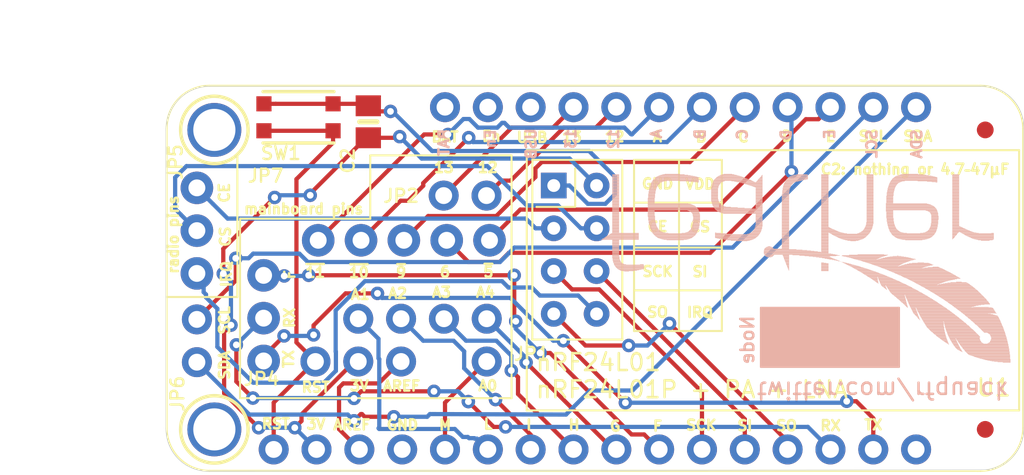
<source format=kicad_pcb>
(kicad_pcb (version 20171130) (host pcbnew "(5.1.4-0-10_14)")
  (layers (0 F.Cu signal) (31 B.Cu signal) (34 B.Paste user) (35 F.Paste user) (36 B.SilkS user hide) (37 F.SilkS user) (38 B.Mask user) (39 F.Mask user) (44 Edge.Cuts user))
  (net 0 "")
  (net 1 GND)
  (net 2 3.3V)
  (net 3 "Net-(JP2-Pad2)")
  (net 4 "Net-(JP2-Pad1)")
  (net 5 /TX)
  (net 6 /RX)
  (net 7 /F)
  (net 8 /CE)
  (net 9 /CS)
  (net 10 /IRQ)
  (net 11 "Net-(JP6-Pad2)")
  (net 12 "Net-(JP6-Pad1)")
  (net 13 "Net-(MS1-Pad16)")
  (net 14 /MISO)
  (net 15 /MOSI)
  (net 16 /SCK)
  (net 17 /RST)
  (net 18 /AREF)
  (net 19 "Net-(MS1-Pad26)")
  (net 20 "Net-(MS1-Pad27)")
  (net 21 "Net-(MS1-Pad28)")
  (net 22 "Net-(MS1-Pad4)")
  (net 23 /A)
  (net 24 /B)
  (net 25 /C)
  (net 26 /D)
  (net 27 /E)
  (net 28 /M)
  (net 29 /L)
  (net 30 /I)
  (net 31 /H)
  (net 32 /G)
  (module "FeatherWing nRF24L01 Adapter:FEATHERLOGO" (layer B.Cu) (at 125.16 83.83)
    (fp_text reference U$16 hide)
    (fp_text value "" hide)
  )
  (module "FeatherWing nRF24L01 Adapter:1X09_ROUND_70" (layer F.Cu) (at 118.39 95.03 180)
    (fp_text reference JP1 (at -3.81 0 180) (layer F.SilkS) (effects (font (size 0.77216 0.77216) (thickness 0.138988)) (justify right bottom)))
    (fp_text value HEADER-1X970MIL)
    (pad 9 thru_hole circle (at 10.16 0 270) (size 1.778 1.778) (drill 1) (layers *.Cu *.Mask) (net 17 /RST))
    (pad 8 thru_hole circle (at 7.62 0 270) (size 1.778 1.778) (drill 1) (layers *.Cu *.Mask) (net 2 3.3V))
    (pad 7 thru_hole circle (at 5.08 0 270) (size 1.778 1.778) (drill 1) (layers *.Cu *.Mask) (net 18 /AREF))
    (pad 5 thru_hole circle (at 0 0 270) (size 1.778 1.778) (drill 1) (layers *.Cu *.Mask) (net 28 /M))
    (pad 4 thru_hole circle (at 7.62 2.54 270) (size 1.778 1.778) (drill 1) (layers *.Cu *.Mask) (net 29 /L))
    (pad 3 thru_hole circle (at 5.08 2.54 270) (size 1.778 1.778) (drill 1) (layers *.Cu *.Mask) (net 30 /I))
    (pad 2 thru_hole circle (at 2.54 2.54 270) (size 1.778 1.778) (drill 1) (layers *.Cu *.Mask) (net 31 /H))
    (pad 1 thru_hole circle (at 0 2.54 270) (size 1.778 1.778) (drill 1) (layers *.Cu *.Mask) (net 32 /G))
  )
  (module "FeatherWing nRF24L01 Adapter:1X02_ROUND" (layer F.Cu) (at 117.1067 85.1789)
    (fp_text reference JP2 (at -4.9276 0.4699) (layer F.SilkS) (effects (font (size 0.77216 0.77216) (thickness 0.138988)) (justify left bottom)))
    (fp_text value HEADER-1X570MIL)
    (pad 2 thru_hole circle (at 1.27 0 90) (size 1.778 1.778) (drill 1) (layers *.Cu *.Mask) (net 3 "Net-(JP2-Pad2)"))
    (pad 1 thru_hole circle (at -1.27 0 90) (size 1.778 1.778) (drill 1) (layers *.Cu *.Mask) (net 4 "Net-(JP2-Pad1)"))
  )
  (module "FeatherWing nRF24L01 Adapter:nRF24L01_Breakout" (layer F.Cu) (at 122.3645 84.582)
    (fp_text reference U1 (at 26.0985 12.0015) (layer F.SilkS))
    (fp_text value nRF24L01)
    (pad 1 thru_hole rect (at 0 0) (size 1.524 1.524) (drill 0.762) (layers *.Cu *.Mask) (net 1 GND))
    (pad 2 thru_hole circle (at 2.54 0) (size 1.524 1.524) (drill 0.762) (layers *.Cu *.Mask) (net 2 3.3V))
    (pad 3 thru_hole circle (at 0 2.54) (size 1.524 1.524) (drill 0.762) (layers *.Cu *.Mask) (net 8 /CE))
    (pad 4 thru_hole circle (at 2.54 2.54) (size 1.524 1.524) (drill 0.762) (layers *.Cu *.Mask) (net 9 /CS))
    (pad 5 thru_hole circle (at 0 5.08) (size 1.524 1.524) (drill 0.762) (layers *.Cu *.Mask) (net 16 /SCK))
    (pad 6 thru_hole circle (at 2.54 5.08) (size 1.524 1.524) (drill 0.762) (layers *.Cu *.Mask) (net 15 /MOSI))
    (pad 7 thru_hole circle (at 0 7.62) (size 1.524 1.524) (drill 0.762) (layers *.Cu *.Mask) (net 14 /MISO))
    (pad 8 thru_hole circle (at 2.54 7.62) (size 1.524 1.524) (drill 0.762) (layers *.Cu *.Mask) (net 10 /IRQ))
  )
  (module "FeatherWing nRF24L01 Adapter:FEATHERWING_NOHOLES" (layer F.Cu) (at 99.405 101.520001)
    (fp_text reference MS1 hide)
    (fp_text value FEATHERWING_NOHOLES hide)
    (pad 1 thru_hole circle (at 6.35 -1.27) (size 1.778 1.778) (drill 1) (layers *.Cu *.Mask) (net 17 /RST))
    (pad 2 thru_hole circle (at 8.89 -1.27) (size 1.778 1.778) (drill 1) (layers *.Cu *.Mask) (net 2 3.3V))
    (pad 3 thru_hole circle (at 11.43 -1.27) (size 1.778 1.778) (drill 1) (layers *.Cu *.Mask) (net 18 /AREF))
    (pad 4 thru_hole circle (at 13.97 -1.27) (size 1.778 1.778) (drill 1) (layers *.Cu *.Mask) (net 22 "Net-(MS1-Pad4)"))
    (pad 16 thru_hole circle (at 44.45 -1.27) (size 1.778 1.778) (drill 1) (layers *.Cu *.Mask) (net 13 "Net-(MS1-Pad16)"))
    (pad 15 thru_hole circle (at 41.91 -1.27) (size 1.778 1.778) (drill 1) (layers *.Cu *.Mask) (net 5 /TX))
    (pad 14 thru_hole circle (at 39.37 -1.27) (size 1.778 1.778) (drill 1) (layers *.Cu *.Mask) (net 6 /RX))
    (pad 13 thru_hole circle (at 36.83 -1.27) (size 1.778 1.778) (drill 1) (layers *.Cu *.Mask) (net 14 /MISO))
    (pad 12 thru_hole circle (at 34.29 -1.27) (size 1.778 1.778) (drill 1) (layers *.Cu *.Mask) (net 15 /MOSI))
    (pad 11 thru_hole circle (at 31.75 -1.27) (size 1.778 1.778) (drill 1) (layers *.Cu *.Mask) (net 16 /SCK))
    (pad 10 thru_hole circle (at 29.21 -1.27) (size 1.778 1.778) (drill 1) (layers *.Cu *.Mask) (net 7 /F))
    (pad 9 thru_hole circle (at 26.67 -1.27) (size 1.778 1.778) (drill 1) (layers *.Cu *.Mask) (net 32 /G))
    (pad 8 thru_hole circle (at 24.13 -1.27) (size 1.778 1.778) (drill 1) (layers *.Cu *.Mask) (net 31 /H))
    (pad 7 thru_hole circle (at 21.59 -1.27) (size 1.778 1.778) (drill 1) (layers *.Cu *.Mask) (net 30 /I))
    (pad 6 thru_hole circle (at 19.05 -1.27) (size 1.778 1.778) (drill 1) (layers *.Cu *.Mask) (net 29 /L))
    (pad 5 thru_hole circle (at 16.51 -1.27) (size 1.778 1.778) (drill 1) (layers *.Cu *.Mask) (net 28 /M))
    (pad 17 thru_hole circle (at 44.45 -21.59) (size 1.778 1.778) (drill 1) (layers *.Cu *.Mask) (net 11 "Net-(JP6-Pad2)"))
    (pad 18 thru_hole circle (at 41.91 -21.59) (size 1.778 1.778) (drill 1) (layers *.Cu *.Mask) (net 12 "Net-(JP6-Pad1)"))
    (pad 19 thru_hole circle (at 39.37 -21.59) (size 1.778 1.778) (drill 1) (layers *.Cu *.Mask) (net 27 /E))
    (pad 20 thru_hole circle (at 36.83 -21.59) (size 1.778 1.778) (drill 1) (layers *.Cu *.Mask) (net 26 /D))
    (pad 21 thru_hole circle (at 34.29 -21.59) (size 1.778 1.778) (drill 1) (layers *.Cu *.Mask) (net 25 /C))
    (pad 22 thru_hole circle (at 31.75 -21.59) (size 1.778 1.778) (drill 1) (layers *.Cu *.Mask) (net 24 /B))
    (pad 23 thru_hole circle (at 29.21 -21.59) (size 1.778 1.778) (drill 1) (layers *.Cu *.Mask) (net 23 /A))
    (pad 24 thru_hole circle (at 26.67 -21.59) (size 1.778 1.778) (drill 1) (layers *.Cu *.Mask) (net 3 "Net-(JP2-Pad2)"))
    (pad 25 thru_hole circle (at 24.13 -21.59) (size 1.778 1.778) (drill 1) (layers *.Cu *.Mask) (net 4 "Net-(JP2-Pad1)"))
    (pad 26 thru_hole circle (at 21.59 -21.59) (size 1.778 1.778) (drill 1) (layers *.Cu *.Mask) (net 19 "Net-(MS1-Pad26)"))
    (pad 27 thru_hole circle (at 19.05 -21.59) (size 1.778 1.778) (drill 1) (layers *.Cu *.Mask) (net 20 "Net-(MS1-Pad27)"))
    (pad 28 thru_hole circle (at 16.51 -21.59) (size 1.778 1.778) (drill 1) (layers *.Cu *.Mask) (net 21 "Net-(MS1-Pad28)"))
  )
  (module "FeatherWing nRF24L01 Adapter:MOUNTINGHOLE_2.5_PLATED" (layer F.Cu) (at 102.235 81.28)
    (fp_text reference U$8 hide)
    (fp_text value MOUNTINGHOLE2.5 hide)
    (pad P$1 thru_hole circle (at 0 0) (size 3.2 3.2) (drill 2.5) (layers *.Cu *.Mask))
  )
  (module "FeatherWing nRF24L01 Adapter:MOUNTINGHOLE_2.5_PLATED" (layer F.Cu) (at 102.235 99.06)
    (fp_text reference U$7 hide)
    (fp_text value MOUNTINGHOLE2.5 hide)
    (pad P$1 thru_hole circle (at 0 0) (size 3.2 3.2) (drill 2.5) (layers *.Cu *.Mask))
  )
  (module "FeatherWing nRF24L01 Adapter:BTN_KMR2_4.6X2.8" (layer F.Cu) (at 107.2261 80.5307)
    (fp_text reference SW1 (at -2.3161 2.5793) (layer F.SilkS) (effects (font (size 0.77216 0.77216) (thickness 0.138988)) (justify left bottom)))
    (fp_text value SWITCH_TACT_SMT4.6X2.8)
    (pad A' smd rect (at -2.05 -0.8) (size 0.9 0.9) (layers F.Cu F.Paste F.Mask) (net 1 GND))
    (pad B' smd rect (at -2.05 0.8) (size 0.9 0.9) (layers F.Cu F.Paste F.Mask) (net 17 /RST))
    (pad B smd rect (at 2.05 0.8) (size 0.9 0.9) (layers F.Cu F.Paste F.Mask) (net 17 /RST))
    (pad A smd rect (at 2.05 -0.8) (size 0.9 0.9) (layers F.Cu F.Paste F.Mask) (net 1 GND))
  )
  (module "FeatherWing nRF24L01 Adapter:1X05_ROUND_76" (layer F.Cu) (at 113.4745 87.8332)
    (fp_text reference JP7 (at -9.3345 -3.3782) (layer F.SilkS) (effects (font (size 0.77216 0.77216) (thickness 0.138988)) (justify left bottom)))
    (fp_text value HEADER-1X576MIL)
    (pad 5 thru_hole circle (at 5.08 0 90) (size 1.9304 1.9304) (drill 1) (layers *.Cu *.Mask) (net 27 /E))
    (pad 4 thru_hole circle (at 2.54 0 90) (size 1.9304 1.9304) (drill 1) (layers *.Cu *.Mask) (net 26 /D))
    (pad 3 thru_hole circle (at 0 0 90) (size 1.9304 1.9304) (drill 1) (layers *.Cu *.Mask) (net 25 /C))
    (pad 2 thru_hole circle (at -2.54 0 90) (size 1.9304 1.9304) (drill 1) (layers *.Cu *.Mask) (net 24 /B))
    (pad 1 thru_hole circle (at -5.08 0 90) (size 1.9304 1.9304) (drill 1) (layers *.Cu *.Mask) (net 23 /A))
  )
  (module "FeatherWing nRF24L01 Adapter:1X02_ROUND" (layer F.Cu) (at 101.2 93.8 270)
    (fp_text reference JP6 (at 2 0.7 90) (layer F.SilkS) (effects (font (size 0.77216 0.77216) (thickness 0.138988)) (justify right bottom)))
    (fp_text value HEADER-1X2ROUND)
    (pad 2 thru_hole circle (at 1.27 0) (size 1.778 1.778) (drill 1) (layers *.Cu *.Mask) (net 11 "Net-(JP6-Pad2)"))
    (pad 1 thru_hole circle (at -1.27 0) (size 1.778 1.778) (drill 1) (layers *.Cu *.Mask) (net 12 "Net-(JP6-Pad1)"))
  )
  (module "FeatherWing nRF24L01 Adapter:1X03_ROUND_76" (layer F.Cu) (at 101.2 87.26 90)
    (fp_text reference JP5 (at 2.932 -0.8 270) (layer F.SilkS) (effects (font (size 0.77216 0.77216) (thickness 0.138988)) (justify left bottom)))
    (fp_text value HEADER-1X376MIL)
    (pad 3 thru_hole circle (at 2.54 0 180) (size 1.9304 1.9304) (drill 1) (layers *.Cu *.Mask) (net 8 /CE))
    (pad 2 thru_hole circle (at 0 0 180) (size 1.9304 1.9304) (drill 1) (layers *.Cu *.Mask) (net 9 /CS))
    (pad 1 thru_hole circle (at -2.54 0 180) (size 1.9304 1.9304) (drill 1) (layers *.Cu *.Mask) (net 10 /IRQ))
  )
  (module "FeatherWing nRF24L01 Adapter:1X03_ROUND_76" (layer F.Cu) (at 105.156 92.456 270)
    (fp_text reference JP4 (at 4.064 -1.016 180) (layer F.SilkS) (effects (font (size 0.77216 0.77216) (thickness 0.138988)) (justify right bottom)))
    (fp_text value HEADER-1X376MIL)
    (pad 3 thru_hole circle (at 2.54 0) (size 1.9304 1.9304) (drill 1) (layers *.Cu *.Mask) (net 5 /TX))
    (pad 2 thru_hole circle (at 0 0) (size 1.9304 1.9304) (drill 1) (layers *.Cu *.Mask) (net 6 /RX))
    (pad 1 thru_hole circle (at -2.54 0) (size 1.9304 1.9304) (drill 1) (layers *.Cu *.Mask) (net 7 /F))
  )
  (module "FeatherWing nRF24L01 Adapter:FIDUCIAL_1MM" (layer F.Cu) (at 147.955 81.28)
    (fp_text reference FID2 hide)
    (fp_text value FIDUCIAL"" hide)
    (pad 1 smd roundrect (at 0 0) (size 1 1) (layers F.Cu F.Mask) (roundrect_rratio 0.5))
  )
  (module "FeatherWing nRF24L01 Adapter:FIDUCIAL_1MM" (layer F.Cu) (at 147.955 99.06)
    (fp_text reference FID1 hide)
    (fp_text value FIDUCIAL"" hide)
    (pad 1 smd roundrect (at 0 0) (size 1 1) (layers F.Cu F.Mask) (roundrect_rratio 0.5))
  )
  (module "FeatherWing nRF24L01 Adapter:0805-NO" (layer F.Cu) (at 111.3663 80.7974 270)
    (fp_text reference C2 (at 1.4605 0.762 90) (layer F.SilkS) (effects (font (size 0.77216 0.77216) (thickness 0.138988)) (justify right bottom)))
    (fp_text value 47µF)
    (pad 2 smd rect (at 0.95 0 270) (size 1.24 1.5) (layers F.Cu F.Paste F.Mask) (net 2 3.3V))
    (pad 1 smd rect (at -0.95 0 270) (size 1.24 1.5) (layers F.Cu F.Paste F.Mask) (net 1 GND))
  )
  (gr_text 12 (at 125.9113 81.1536 90) (layer B.SilkS) (effects (font (size 0.6 0.6)) (justify left mirror)))
  (gr_text RST (at 106.24 111.14 90) (layer B.SilkS) (effects (font (size 0.6 0.6)) (justify right mirror)))
  (gr_text 3V (at 108.5915 111.07 90) (layer B.SilkS) (effects (font (size 0.6 0.6)) (justify right mirror)))
  (gr_text AREF (at 111.0045 111.07 90) (layer B.SilkS) (effects (font (size 0.6 0.6)) (justify right mirror)))
  (gr_text GND (at 113.735 111.0065 90) (layer B.SilkS) (effects (font (size 0.6 0.6)) (justify right mirror)))
  (gr_text F (at 129.14 110.9935 90) (layer B.SilkS) (effects (font (size 0.6 0.6)) (justify right mirror)))
  (gr_text CK (at 131.294 110.9935 90) (layer B.SilkS) (effects (font (size 0.6 0.6)) (justify right mirror)))
  (gr_text SI (at 133.894 110.9935 90) (layer B.SilkS) (effects (font (size 0.6 0.6)) (justify right mirror)))
  (gr_text SO (at 136.394 110.9935 90) (layer B.SilkS) (effects (font (size 0.6 0.6)) (justify right mirror)))
  (gr_text RX (at 138.894 110.9935 90) (layer B.SilkS) (effects (font (size 0.6 0.6)) (justify right mirror)))
  (gr_text TX (at 141.494 110.8935 90) (layer B.SilkS) (effects (font (size 0.6 0.6)) (justify right mirror)))
  (gr_text 13 (at 123.3813 81.1336 90) (layer B.SilkS) (effects (font (size 0.6 0.6)) (justify left mirror)))
  (gr_text SDA (at 143.8945 81.179 90) (layer B.SilkS) (effects (font (size 0.6 0.6)) (justify left mirror)))
  (gr_text SCL (at 141.2275 81.179 90) (layer B.SilkS) (effects (font (size 0.6 0.6)) (justify left mirror)))
  (gr_text BAT (at 115.8529 81.1409 90) (layer B.SilkS) (effects (font (size 0.6 0.6)) (justify left mirror)))
  (gr_text En (at 118.6088 81.179 90) (layer B.SilkS) (effects (font (size 0.6 0.6)) (justify left mirror)))
  (gr_text USB (at 121.0218 81.1155 90) (layer B.SilkS) (effects (font (size 0.6 0.6)) (justify left mirror)))
  (gr_text A (at 128.4513 81.1536 90) (layer B.SilkS) (effects (font (size 0.6 0.6)) (justify left mirror)))
  (gr_text B (at 131.0443 81.1406 90) (layer B.SilkS) (effects (font (size 0.6 0.6)) (justify left mirror)))
  (gr_text C (at 133.5443 81.1406 90) (layer B.SilkS) (effects (font (size 0.6 0.6)) (justify left mirror)))
  (gr_text D (at 136.1478 81.1787 90) (layer B.SilkS) (effects (font (size 0.6 0.6)) (justify left mirror)))
  (gr_text E (at 138.7259 81.166 90) (layer B.SilkS) (effects (font (size 0.6 0.6)) (justify left mirror)))
  (gr_text 13 (at 123.4413 81.7064) (layer F.SilkS) (effects (font (size 0.6 0.6))))
  (gr_text Node (at 133.85 93.75 90) (layer B.SilkS) (effects (font (size 0.77 0.77)) (justify mirror)))
  (gr_poly (pts (xy 134.64 95.36) (xy 134.64 91.83) (xy 142.85 91.83) (xy 142.85 95.36)) (layer B.SilkS) (width 0.1))
  (gr_text twitter.com/rfquack (at 141.88 96.74 180) (layer B.SilkS) (effects (font (size 1 1)) (justify mirror)))
  (gr_line (start 129.794 93.218) (end 129.794 83.058) (layer F.SilkS) (width 0.12))
  (gr_line (start 127.127 90.805) (end 132.334 90.805) (layer F.SilkS) (width 0.12))
  (gr_line (start 132.334 88.265) (end 127.127 88.265) (layer F.SilkS) (width 0.12))
  (gr_line (start 127.127 85.598) (end 132.334 85.598) (layer F.SilkS) (width 0.12))
  (gr_line (start 132.334 83.058) (end 127.127 83.058) (layer F.SilkS) (width 0.12))
  (gr_line (start 132.334 93.218) (end 132.334 83.058) (layer F.SilkS) (width 0.12))
  (gr_line (start 127.127 93.218) (end 132.334 93.218) (layer F.SilkS) (width 0.12))
  (gr_line (start 127.127 83.058) (end 127.127 93.218) (layer F.SilkS) (width 0.12))
  (gr_text SI (at 131.0386 89.7001) (layer F.SilkS) (effects (font (size 0.6 0.6))))
  (gr_text SCK (at 128.524 89.6877) (layer F.SilkS) (effects (font (size 0.6 0.6))))
  (gr_text SO (at 128.524 92.1007) (layer F.SilkS) (effects (font (size 0.6 0.6))))
  (gr_text IRQ (at 131.0386 92.1131) (layer F.SilkS) (effects (font (size 0.6 0.6))))
  (gr_text CS (at 131.0386 87.0331) (layer F.SilkS) (effects (font (size 0.6 0.6))))
  (gr_text CE (at 128.524 87.0207) (layer F.SilkS) (effects (font (size 0.6 0.6))))
  (gr_text GND (at 128.524 84.4807) (layer F.SilkS) (effects (font (size 0.6 0.6))))
  (gr_text VDD (at 131.0386 84.4931) (layer F.SilkS) (effects (font (size 0.6 0.6))))
  (gr_text "C2: nothing or 4.7–47µF" (at 149.46 83.62) (layer F.SilkS) (effects (font (size 0.6 0.6)) (justify right)))
  (gr_text F (at 106.71 89.88 90) (layer F.SilkS) (effects (font (size 0.6 0.6))))
  (gr_text RX (at 106.7 92.44 90) (layer F.SilkS) (effects (font (size 0.6 0.6))))
  (gr_text TX (at 106.64 94.88 90) (layer F.SilkS) (effects (font (size 0.6 0.6))))
  (gr_text ~5 (at 118.4913 89.7258) (layer F.SilkS) (effects (font (size 0.6 0.6))))
  (gr_text 6 (at 115.9132 89.7131) (layer F.SilkS) (effects (font (size 0.6 0.6))))
  (gr_text ~9 (at 113.3097 89.7512) (layer F.SilkS) (effects (font (size 0.6 0.6))))
  (gr_text ~11 (at 108.2167 89.7382) (layer F.SilkS) (effects (font (size 0.6 0.6))))
  (gr_text ~10 (at 110.8097 89.7512) (layer F.SilkS) (effects (font (size 0.6 0.6))))
  (gr_text "mainboard pins" (at 107.5309 85.9663) (layer F.SilkS) (effects (font (size 0.6 0.6))))
  (gr_line (start 111.4806 82.7913) (end 119.8626 82.7913) (layer F.SilkS) (width 0.12))
  (gr_line (start 111.4806 86.5505) (end 111.4806 82.7913) (layer F.SilkS) (width 0.12))
  (gr_line (start 103.759 86.5505) (end 111.4806 86.5505) (layer F.SilkS) (width 0.12))
  (gr_line (start 103.759 97.2058) (end 103.759 86.5505) (layer F.SilkS) (width 0.12))
  (gr_line (start 119.8626 97.2058) (end 103.759 97.2058) (layer F.SilkS) (width 0.12))
  (gr_line (start 119.8626 82.7913) (end 119.8626 97.2058) (layer F.SilkS) (width 0.12))
  (gr_text RST (at 108.2421 96.5581) (layer F.SilkS) (effects (font (size 0.6 0.6))))
  (gr_text E (at 138.7859 81.674) (layer F.SilkS) (effects (font (size 0.6 0.6))))
  (gr_text D (at 136.2078 81.6613) (layer F.SilkS) (effects (font (size 0.6 0.6))))
  (gr_text 12 (at 125.9713 81.6864) (layer F.SilkS) (effects (font (size 0.6 0.6))))
  (gr_text A (at 128.5113 81.6864) (layer F.SilkS) (effects (font (size 0.6 0.6))))
  (gr_text B (at 131.1043 81.6994) (layer F.SilkS) (effects (font (size 0.6 0.6))))
  (gr_text C (at 133.6043 81.6994) (layer F.SilkS) (effects (font (size 0.6 0.6))))
  (gr_text 13 (at 115.8494 83.5152) (layer F.SilkS) (effects (font (size 0.6 0.6))))
  (gr_text 12 (at 118.4529 83.5152) (layer F.SilkS) (effects (font (size 0.6 0.6))))
  (gr_text "radio pins" (at 99.8 87.5 90) (layer F.SilkS) (effects (font (size 0.6 0.6))))
  (gr_line (start 103.6 91.2) (end 103.6 82.8) (layer F.SilkS) (width 0.12))
  (gr_line (start 99.4 91.2) (end 103.6 91.2) (layer F.SilkS) (width 0.12))
  (gr_text IRQ (at 102.953 89.8405 90) (layer F.SilkS) (effects (font (size 0.6 0.6))))
  (gr_text CS (at 102.8895 87.618 90) (layer F.SilkS) (effects (font (size 0.6 0.6))))
  (gr_text CE (at 102.826 85.0145 90) (layer F.SilkS) (effects (font (size 0.6 0.6))))
  (gr_text SCL (at 102.839 92.5875 90) (layer F.SilkS) (effects (font (size 0.6 0.6))))
  (gr_text SDA (at 102.839 95.2545 90) (layer F.SilkS) (effects (font (size 0.6 0.6))))
  (gr_text TX (at 141.32 98.79) (layer F.SilkS) (effects (font (size 0.6 0.6))))
  (gr_text RX (at 138.78 98.84) (layer F.SilkS) (effects (font (size 0.6 0.6))))
  (gr_text SO (at 136.17 98.84) (layer F.SilkS) (effects (font (size 0.6 0.6))))
  (gr_text SI (at 133.7 98.84) (layer F.SilkS) (effects (font (size 0.6 0.6))))
  (gr_text SCK (at 131.11 98.81) (layer F.SilkS) (effects (font (size 0.6 0.6))))
  (gr_text F (at 128.52 98.8665) (layer F.SilkS) (effects (font (size 0.6 0.6))))
  (gr_text G (at 126.01 98.8665) (layer F.SilkS) (effects (font (size 0.6 0.6))))
  (gr_text H (at 123.57 98.8) (layer F.SilkS) (effects (font (size 0.6 0.6))))
  (gr_text I (at 120.89 98.8) (layer F.SilkS) (effects (font (size 0.6 0.6))))
  (gr_text L (at 118.47 98.75) (layer F.SilkS) (effects (font (size 0.6 0.6))))
  (gr_text M (at 115.92 98.8) (layer F.SilkS) (effects (font (size 0.6 0.6))))
  (gr_text GND (at 113.39 98.79) (layer F.SilkS) (effects (font (size 0.6 0.6))))
  (gr_text AREF (at 110.3845 98.79) (layer F.SilkS) (effects (font (size 0.6 0.6))))
  (gr_text 3V (at 108.26 98.75) (layer F.SilkS) (effects (font (size 0.6 0.6))))
  (gr_text RST (at 105.876 98.7265) (layer F.SilkS) (effects (font (size 0.6 0.6))))
  (gr_text USB (at 121.0818 81.7245) (layer F.SilkS) (effects (font (size 0.6 0.6))))
  (gr_text En (at 118.6688 81.661) (layer F.SilkS) (effects (font (size 0.6 0.6))))
  (gr_text BAT (at 115.9129 81.6991) (layer F.SilkS) (effects (font (size 0.6 0.6))))
  (gr_text SCL (at 141.2875 81.661) (layer F.SilkS) (effects (font (size 0.6 0.6))))
  (gr_text SDA (at 143.9545 81.661) (layer F.SilkS) (effects (font (size 0.6 0.6))))
  (gr_text "nRF24L01\nnRF24L01P + PA + LNA" (at 121.2215 95.885) (layer F.SilkS) (effects (font (size 1 1)) (justify left)))
  (gr_line (start 99.3775 99.06) (end 99.3775 81.28) (layer Edge.Cuts) (width 0.05))
  (gr_line (start 101.979393 101.535726) (end 101.915893 101.535726) (layer Edge.Cuts) (width 0.05))
  (gr_line (start 150.241 81.153) (end 150.240226 98.934607) (layer Edge.Cuts) (width 0.05))
  (gr_line (start 147.7645 101.473) (end 101.979393 101.535726) (layer Edge.Cuts) (width 0.05))
  (gr_arc (start 147.7645 98.9965) (end 147.7645 101.473) (angle -91.43209618) (layer Edge.Cuts) (width 0.05))
  (gr_line (start 147.7645 78.6765) (end 101.981 78.6765) (layer Edge.Cuts) (width 0.05))
  (gr_arc (start 147.7645 81.153) (end 150.241 81.153) (angle -90) (layer Edge.Cuts) (width 0.05))
  (gr_arc (start 101.854 99.06) (end 99.3775 99.06) (angle -91.43209618) (layer Edge.Cuts) (width 0.05))
  (gr_arc (start 101.981 81.28) (end 101.981 78.6765) (angle -90) (layer Edge.Cuts) (width 0.05))
  (gr_text A0 (at 118.4529 96.4692) (layer F.SilkS) (effects (font (size 0.6 0.6))))
  (gr_text 3V (at 110.8329 96.4692) (layer F.SilkS) (effects (font (size 0.6 0.6))))
  (gr_text AREF (at 113.3348 96.4819) (layer F.SilkS) (effects (font (size 0.6 0.6))))
  (gr_text A4 (at 118.3132 90.9193) (layer F.SilkS) (effects (font (size 0.6 0.6))))
  (gr_text A3 (at 115.7097 90.9193) (layer F.SilkS) (effects (font (size 0.6 0.6))))
  (gr_text A2 (at 113.1062 90.9828) (layer F.SilkS) (effects (font (size 0.6 0.6))))
  (gr_text A1 (at 110.8837 91.0463) (layer F.SilkS) (effects (font (size 0.6 0.6))))
  (segment (start 111.2496 79.7307) (end 111.3663 79.8474) (width 0.25) (layer F.Cu) (net 1))
  (segment (start 109.2761 79.7307) (end 111.2496 79.7307) (width 0.25) (layer F.Cu) (net 1))
  (segment (start 105.8761 79.7307) (end 109.2761 79.7307) (width 0.25) (layer F.Cu) (net 1))
  (segment (start 105.1761 79.7307) (end 105.8761 79.7307) (width 0.25) (layer F.Cu) (net 1))
  (segment (start 125.991501 85.103761) (end 125.991501 84.060239) (width 0.25) (layer B.Cu) (net 1))
  (segment (start 124.382739 85.669001) (end 125.426261 85.669001) (width 0.25) (layer B.Cu) (net 1))
  (segment (start 123.295738 84.582) (end 124.382739 85.669001) (width 0.25) (layer B.Cu) (net 1))
  (segment (start 125.426261 85.669001) (end 125.991501 85.103761) (width 0.25) (layer B.Cu) (net 1))
  (segment (start 122.3645 84.582) (end 123.295738 84.582) (width 0.25) (layer B.Cu) (net 1))
  (segment (start 124.461041 82.529779) (end 123.488689 82.529779) (width 0.25) (layer B.Cu) (net 1))
  (segment (start 125.991501 84.060239) (end 124.461041 82.529779) (width 0.25) (layer B.Cu) (net 1))
  (via (at 112.68 80.18) (size 0.8) (drill 0.4) (layers F.Cu B.Cu) (net 1))
  (segment (start 115.152781 82.529779) (end 112.803002 80.18) (width 0.25) (layer B.Cu) (net 1))
  (segment (start 112.803002 80.18) (end 112.68 80.18) (width 0.25) (layer B.Cu) (net 1))
  (segment (start 123.488689 82.529779) (end 115.152781 82.529779) (width 0.25) (layer B.Cu) (net 1))
  (segment (start 111.6989 80.18) (end 111.3663 79.8474) (width 0.25) (layer F.Cu) (net 1))
  (segment (start 112.68 80.18) (end 111.6989 80.18) (width 0.25) (layer F.Cu) (net 1))
  (segment (start 113.78 99.845001) (end 113.375 100.250001) (width 0.25) (layer F.Cu) (net 22))
  (segment (start 107.92 85.0637) (end 107.92 85.16) (width 0.25) (layer F.Cu) (net 2))
  (segment (start 111.2363 81.7474) (end 107.92 85.0637) (width 0.25) (layer F.Cu) (net 2))
  (via (at 107.92 85.16) (size 0.8) (drill 0.4) (layers F.Cu B.Cu) (net 2))
  (segment (start 111.3663 81.7474) (end 111.2363 81.7474) (width 0.25) (layer F.Cu) (net 2))
  (via (at 105.81 85.29) (size 0.8) (drill 0.4) (layers F.Cu B.Cu) (net 2))
  (segment (start 105.94 85.16) (end 105.81 85.29) (width 0.25) (layer B.Cu) (net 2))
  (segment (start 107.92 85.16) (end 105.94 85.16) (width 0.25) (layer B.Cu) (net 2))
  (segment (start 102.765167 88.334833) (end 102.765167 89.810365) (width 0.25) (layer F.Cu) (net 2))
  (via (at 102.765167 89.810365) (size 0.8) (drill 0.4) (layers F.Cu B.Cu) (net 2))
  (segment (start 105.81 85.29) (end 102.765167 88.334833) (width 0.25) (layer F.Cu) (net 2))
  (via (at 103.22 92.87) (size 0.8) (drill 0.4) (layers F.Cu B.Cu) (net 2))
  (segment (start 103.22 90.265198) (end 103.22 92.87) (width 0.25) (layer B.Cu) (net 2))
  (segment (start 102.765167 89.810365) (end 103.22 90.265198) (width 0.25) (layer B.Cu) (net 2))
  (segment (start 102.814999 93.275001) (end 102.814999 96.644999) (width 0.25) (layer F.Cu) (net 2))
  (segment (start 103.22 92.87) (end 102.814999 93.275001) (width 0.25) (layer F.Cu) (net 2))
  (via (at 104.86 98.96) (size 0.8) (drill 0.4) (layers F.Cu B.Cu) (net 2))
  (segment (start 102.814999 96.914999) (end 104.86 98.96) (width 0.25) (layer F.Cu) (net 2))
  (segment (start 102.814999 96.644999) (end 102.814999 96.914999) (width 0.25) (layer F.Cu) (net 2))
  (segment (start 107.004999 98.96) (end 108.295 100.250001) (width 0.25) (layer B.Cu) (net 2))
  (segment (start 104.86 98.96) (end 107.004999 98.96) (width 0.25) (layer B.Cu) (net 2))
  (via (at 107.004999 98.96) (size 0.8) (drill 0.4) (layers F.Cu B.Cu) (net 2))
  (segment (start 110.54359 95.03) (end 110.77 95.03) (width 0.25) (layer F.Cu) (net 2))
  (segment (start 107.404998 98.168592) (end 110.54359 95.03) (width 0.25) (layer F.Cu) (net 2))
  (segment (start 107.404998 98.560001) (end 107.404998 98.168592) (width 0.25) (layer F.Cu) (net 2))
  (segment (start 107.004999 98.96) (end 107.404998 98.560001) (width 0.25) (layer F.Cu) (net 2))
  (via (at 113.23 81.68) (size 0.8) (drill 0.4) (layers F.Cu B.Cu) (net 2))
  (segment (start 113.2126 81.7474) (end 111.3663 81.7474) (width 0.25) (layer F.Cu) (net 2))
  (segment (start 123.302289 82.979789) (end 114.529789 82.979789) (width 0.25) (layer B.Cu) (net 2))
  (segment (start 114.529789 82.979789) (end 113.23 81.68) (width 0.25) (layer B.Cu) (net 2))
  (segment (start 124.9045 84.582) (end 123.302289 82.979789) (width 0.25) (layer B.Cu) (net 2))
  (segment (start 124.860999 81.144002) (end 125.186001 80.819) (width 0.25) (layer F.Cu) (net 3))
  (segment (start 122.957409 81.144002) (end 124.860999 81.144002) (width 0.25) (layer F.Cu) (net 3))
  (segment (start 119.81151 84.289901) (end 122.957409 81.144002) (width 0.25) (layer F.Cu) (net 3))
  (segment (start 119.265699 84.289901) (end 119.81151 84.289901) (width 0.25) (layer F.Cu) (net 3))
  (segment (start 125.186001 80.819) (end 126.075 79.930001) (width 0.25) (layer F.Cu) (net 3))
  (segment (start 118.3767 85.1789) (end 119.265699 84.289901) (width 0.25) (layer F.Cu) (net 3))
  (segment (start 122.320999 81.144002) (end 122.646001 80.819) (width 0.25) (layer F.Cu) (net 4))
  (segment (start 119.871598 81.144002) (end 122.320999 81.144002) (width 0.25) (layer F.Cu) (net 4))
  (segment (start 122.646001 80.819) (end 123.535 79.930001) (width 0.25) (layer F.Cu) (net 4))
  (segment (start 115.8367 85.1789) (end 119.871598 81.144002) (width 0.25) (layer F.Cu) (net 4))
  (via (at 106.37 93.51) (size 0.8) (drill 0.4) (layers F.Cu B.Cu) (net 5))
  (segment (start 105.156 94.724) (end 106.37 93.51) (width 0.25) (layer F.Cu) (net 5))
  (segment (start 105.156 94.996) (end 105.156 94.724) (width 0.25) (layer F.Cu) (net 5))
  (via (at 108.12 93.45) (size 0.8) (drill 0.4) (layers F.Cu B.Cu) (net 5))
  (segment (start 108.06 93.51) (end 108.12 93.45) (width 0.25) (layer B.Cu) (net 5))
  (segment (start 106.37 93.51) (end 108.06 93.51) (width 0.25) (layer B.Cu) (net 5))
  (segment (start 122.931893 93.794699) (end 126.613597 97.476403) (width 0.25) (layer F.Cu) (net 5))
  (via (at 126.613597 97.476403) (size 0.8) (drill 0.4) (layers F.Cu B.Cu) (net 5))
  (via (at 139.74 97.39) (size 0.8) (drill 0.4) (layers F.Cu B.Cu) (net 5))
  (segment (start 139.653597 97.476403) (end 139.74 97.39) (width 0.25) (layer B.Cu) (net 5))
  (segment (start 126.613597 97.476403) (end 139.653597 97.476403) (width 0.25) (layer B.Cu) (net 5))
  (segment (start 141.315 98.992766) (end 141.315 100.250001) (width 0.25) (layer F.Cu) (net 5))
  (segment (start 140.305685 97.39) (end 141.315 98.399315) (width 0.25) (layer F.Cu) (net 5))
  (segment (start 141.315 98.399315) (end 141.315 98.992766) (width 0.25) (layer F.Cu) (net 5))
  (segment (start 139.74 97.39) (end 140.305685 97.39) (width 0.25) (layer F.Cu) (net 5))
  (via (at 122.931893 93.794699) (size 0.8) (drill 0.4) (layers F.Cu B.Cu) (net 5))
  (segment (start 112.179699 91.254699) (end 111.91 90.985) (width 0.25) (layer B.Cu) (net 5))
  (via (at 111.91 90.985) (size 0.8) (drill 0.4) (layers F.Cu B.Cu) (net 5))
  (segment (start 119.797701 91.254699) (end 112.179699 91.254699) (width 0.25) (layer B.Cu) (net 5))
  (segment (start 122.337701 93.794699) (end 119.797701 91.254699) (width 0.25) (layer B.Cu) (net 5))
  (segment (start 122.931893 93.794699) (end 122.337701 93.794699) (width 0.25) (layer B.Cu) (net 5))
  (segment (start 108.12 92.884315) (end 108.12 93.45) (width 0.25) (layer F.Cu) (net 5))
  (segment (start 110.019315 90.985) (end 108.12 92.884315) (width 0.25) (layer F.Cu) (net 5))
  (segment (start 111.91 90.985) (end 110.019315 90.985) (width 0.25) (layer F.Cu) (net 5))
  (via (at 103.54 94.04) (size 0.8) (drill 0.4) (layers F.Cu B.Cu) (net 6))
  (segment (start 105.124 92.456) (end 103.54 94.04) (width 0.25) (layer B.Cu) (net 6))
  (segment (start 105.156 92.456) (end 105.124 92.456) (width 0.25) (layer B.Cu) (net 6))
  (via (at 104.52 97.2) (size 0.8) (drill 0.4) (layers F.Cu B.Cu) (net 6))
  (segment (start 103.54 96.22) (end 104.52 97.2) (width 0.25) (layer F.Cu) (net 6))
  (segment (start 103.54 94.04) (end 103.54 96.22) (width 0.25) (layer F.Cu) (net 6))
  (via (at 110.52 97.22) (size 0.8) (drill 0.4) (layers F.Cu B.Cu) (net 6))
  (segment (start 110.5 97.2) (end 110.52 97.22) (width 0.25) (layer B.Cu) (net 6))
  (segment (start 104.52 97.2) (end 110.5 97.2) (width 0.25) (layer B.Cu) (net 6))
  (via (at 115.26 96.8) (size 0.8) (drill 0.4) (layers F.Cu B.Cu) (net 6))
  (segment (start 110.94 96.8) (end 115.26 96.8) (width 0.25) (layer F.Cu) (net 6))
  (segment (start 110.52 97.22) (end 110.94 96.8) (width 0.25) (layer F.Cu) (net 6))
  (segment (start 116.69 96.8) (end 117.3 97.41) (width 0.25) (layer B.Cu) (net 6))
  (via (at 117.3 97.41) (size 0.8) (drill 0.4) (layers F.Cu B.Cu) (net 6))
  (segment (start 115.26 96.8) (end 116.69 96.8) (width 0.25) (layer B.Cu) (net 6))
  (via (at 119.507347 98.912653) (size 0.8) (drill 0.4) (layers F.Cu B.Cu) (net 6))
  (segment (start 118.802653 98.912653) (end 119.507347 98.912653) (width 0.25) (layer F.Cu) (net 6))
  (segment (start 117.3 97.41) (end 118.802653 98.912653) (width 0.25) (layer F.Cu) (net 6))
  (segment (start 137.437652 98.912653) (end 119.507347 98.912653) (width 0.25) (layer B.Cu) (net 6))
  (segment (start 138.775 100.250001) (end 137.437652 98.912653) (width 0.25) (layer B.Cu) (net 6))
  (via (at 106.379299 89.95) (size 0.8) (drill 0.4) (layers F.Cu B.Cu) (net 7))
  (segment (start 106.345299 89.916) (end 106.379299 89.95) (width 0.25) (layer F.Cu) (net 7))
  (segment (start 105.156 89.916) (end 106.345299 89.916) (width 0.25) (layer F.Cu) (net 7))
  (via (at 107.829299 89.91) (size 0.8) (drill 0.4) (layers F.Cu B.Cu) (net 7))
  (segment (start 107.789299 89.95) (end 107.829299 89.91) (width 0.25) (layer B.Cu) (net 7))
  (segment (start 106.379299 89.95) (end 107.789299 89.95) (width 0.25) (layer B.Cu) (net 7))
  (via (at 120.02 89.91) (size 0.8) (drill 0.4) (layers F.Cu B.Cu) (net 7))
  (segment (start 107.829299 89.91) (end 120.02 89.91) (width 0.25) (layer F.Cu) (net 7))
  (via (at 120.11 92.64) (size 0.8) (drill 0.4) (layers F.Cu B.Cu) (net 7))
  (segment (start 120.02 92.55) (end 120.11 92.64) (width 0.25) (layer F.Cu) (net 7))
  (segment (start 120.02 89.91) (end 120.02 92.55) (width 0.25) (layer F.Cu) (net 7))
  (segment (start 120.11 93.081666) (end 121.554764 94.52643) (width 0.25) (layer B.Cu) (net 7))
  (via (at 121.554764 94.52643) (size 0.8) (drill 0.4) (layers F.Cu B.Cu) (net 7))
  (segment (start 120.11 92.64) (end 120.11 93.081666) (width 0.25) (layer B.Cu) (net 7))
  (segment (start 127.726001 99.361002) (end 128.615 100.250001) (width 0.25) (layer F.Cu) (net 7))
  (segment (start 126.982723 99.361002) (end 127.726001 99.361002) (width 0.25) (layer F.Cu) (net 7))
  (segment (start 122.148151 94.52643) (end 126.982723 99.361002) (width 0.25) (layer F.Cu) (net 7))
  (segment (start 121.554764 94.52643) (end 122.148151 94.52643) (width 0.25) (layer F.Cu) (net 7))
  (segment (start 102.165199 85.685199) (end 101.2 84.72) (width 0.25) (layer B.Cu) (net 8))
  (segment (start 120.707869 86.542999) (end 103.022999 86.542999) (width 0.25) (layer B.Cu) (net 8))
  (segment (start 103.022999 86.542999) (end 102.165199 85.685199) (width 0.25) (layer B.Cu) (net 8))
  (segment (start 121.28687 87.122) (end 120.707869 86.542999) (width 0.25) (layer B.Cu) (net 8))
  (segment (start 122.3645 87.122) (end 121.28687 87.122) (width 0.25) (layer B.Cu) (net 8))
  (segment (start 100.234801 86.294801) (end 101.2 87.26) (width 0.25) (layer B.Cu) (net 9))
  (segment (start 99.909799 85.969799) (end 100.234801 86.294801) (width 0.25) (layer B.Cu) (net 9))
  (segment (start 100.580703 83.429799) (end 99.909799 84.100703) (width 0.25) (layer B.Cu) (net 9))
  (segment (start 118.424321 83.429799) (end 100.580703 83.429799) (width 0.25) (layer B.Cu) (net 9))
  (segment (start 99.909799 84.100703) (end 99.909799 85.969799) (width 0.25) (layer B.Cu) (net 9))
  (segment (start 120.756143 85.761621) (end 118.424321 83.429799) (width 0.25) (layer B.Cu) (net 9))
  (segment (start 122.612883 85.761621) (end 120.756143 85.761621) (width 0.25) (layer B.Cu) (net 9))
  (segment (start 123.973262 87.122) (end 122.612883 85.761621) (width 0.25) (layer B.Cu) (net 9))
  (segment (start 124.9045 87.122) (end 123.973262 87.122) (width 0.25) (layer B.Cu) (net 9))
  (segment (start 101.74 91.05) (end 101.6 90.91) (width 0.25) (layer B.Cu) (net 10))
  (segment (start 102.414001 91.894001) (end 101.74 91.22) (width 0.25) (layer B.Cu) (net 10))
  (segment (start 104.536703 96.286201) (end 102.414001 94.163499) (width 0.25) (layer B.Cu) (net 10))
  (segment (start 108.735921 96.286201) (end 104.536703 96.286201) (width 0.25) (layer B.Cu) (net 10))
  (segment (start 109.430701 95.591421) (end 108.735921 96.286201) (width 0.25) (layer B.Cu) (net 10))
  (segment (start 101.74 91.22) (end 101.74 91.05) (width 0.25) (layer B.Cu) (net 10))
  (segment (start 102.414001 94.163499) (end 102.414001 91.894001) (width 0.25) (layer B.Cu) (net 10))
  (segment (start 101.6 90.2) (end 101.2 89.8) (width 0.25) (layer B.Cu) (net 10))
  (segment (start 101.6 90.91) (end 101.6 90.2) (width 0.25) (layer B.Cu) (net 10))
  (segment (start 109.430701 94.433979) (end 109.444001 94.447279) (width 0.25) (layer B.Cu) (net 10))
  (segment (start 119.296998 90.26) (end 111.168678 90.26) (width 0.25) (layer B.Cu) (net 10))
  (segment (start 119.671999 90.635001) (end 119.296998 90.26) (width 0.25) (layer B.Cu) (net 10))
  (segment (start 111.168678 90.26) (end 109.430701 91.997977) (width 0.25) (layer B.Cu) (net 10))
  (segment (start 121.064999 90.635001) (end 119.671999 90.635001) (width 0.25) (layer B.Cu) (net 10))
  (segment (start 121.544997 91.114999) (end 121.064999 90.635001) (width 0.25) (layer B.Cu) (net 10))
  (segment (start 109.444001 94.447279) (end 109.444001 95.591421) (width 0.25) (layer B.Cu) (net 10))
  (segment (start 123.817499 91.114999) (end 121.544997 91.114999) (width 0.25) (layer B.Cu) (net 10))
  (segment (start 109.430701 91.997977) (end 109.430701 94.433979) (width 0.25) (layer B.Cu) (net 10))
  (segment (start 124.9045 92.202) (end 123.817499 91.114999) (width 0.25) (layer B.Cu) (net 10))
  (segment (start 101.2 95.07) (end 101.42 95.07) (width 0.25) (layer F.Cu) (net 11))
  (segment (start 104.31 98.18) (end 101.2 95.07) (width 0.25) (layer B.Cu) (net 11))
  (segment (start 123.09 98.18) (end 115.02 98.15) (width 0.25) (layer B.Cu) (net 11))
  (segment (start 124.518598 96.751402) (end 123.09 98.18) (width 0.25) (layer B.Cu) (net 11))
  (segment (start 127.033599 96.751402) (end 124.518598 96.751402) (width 0.25) (layer B.Cu) (net 11))
  (segment (start 143.855 79.930001) (end 127.033599 96.751402) (width 0.25) (layer B.Cu) (net 11))
  (via (at 110.52 98.55) (size 0.8) (drill 0.4) (layers F.Cu B.Cu) (net 11))
  (segment (start 110.15 98.18) (end 110.52 98.55) (width 0.25) (layer B.Cu) (net 11))
  (segment (start 104.31 98.18) (end 110.15 98.18) (width 0.25) (layer B.Cu) (net 11))
  (via (at 112.88 98.311) (size 0.8) (drill 0.4) (layers F.Cu B.Cu) (net 11))
  (segment (start 111.150998 98.311) (end 112.88 98.311) (width 0.25) (layer F.Cu) (net 11))
  (segment (start 114.859 98.311) (end 115.02 98.15) (width 0.25) (layer B.Cu) (net 11))
  (segment (start 112.88 98.311) (end 114.859 98.311) (width 0.25) (layer B.Cu) (net 11))
  (segment (start 110.989999 98.150001) (end 110.919999 98.150001) (width 0.25) (layer F.Cu) (net 11))
  (segment (start 110.919999 98.150001) (end 110.52 98.55) (width 0.25) (layer F.Cu) (net 11))
  (segment (start 111.150998 98.311) (end 110.989999 98.150001) (width 0.25) (layer F.Cu) (net 11))
  (via (at 103.505 88.9) (size 0.8) (drill 0.4) (layers F.Cu B.Cu) (net 12))
  (segment (start 103.505 90.225) (end 103.505 88.9) (width 0.25) (layer F.Cu) (net 12))
  (segment (start 101.2 92.53) (end 103.505 90.225) (width 0.25) (layer F.Cu) (net 12))
  (segment (start 140.426001 80.819) (end 141.315 79.930001) (width 0.25) (layer B.Cu) (net 12))
  (segment (start 119.173797 89.123401) (end 120.032198 88.265) (width 0.25) (layer B.Cu) (net 12))
  (segment (start 107.775203 89.123401) (end 119.173797 89.123401) (width 0.25) (layer B.Cu) (net 12))
  (segment (start 104.536703 88.625799) (end 107.277601 88.625799) (width 0.25) (layer B.Cu) (net 12))
  (segment (start 104.262502 88.9) (end 104.536703 88.625799) (width 0.25) (layer B.Cu) (net 12))
  (segment (start 132.980001 88.265) (end 140.426001 80.819) (width 0.25) (layer B.Cu) (net 12))
  (segment (start 107.277601 88.625799) (end 107.775203 89.123401) (width 0.25) (layer B.Cu) (net 12))
  (segment (start 120.032198 88.265) (end 132.980001 88.265) (width 0.25) (layer B.Cu) (net 12))
  (segment (start 103.505 88.9) (end 104.262502 88.9) (width 0.25) (layer B.Cu) (net 12))
  (segment (start 120.3777 86.01) (end 118.5545 87.8332) (width 0.25) (layer F.Cu) (net 27))
  (segment (start 132.224023 86.01) (end 120.3777 86.01) (width 0.25) (layer F.Cu) (net 27))
  (segment (start 138.775 79.930001) (end 138.060001 80.645) (width 0.25) (layer F.Cu) (net 27))
  (segment (start 132.292722 85.669001) (end 132.292722 85.941301) (width 0.25) (layer F.Cu) (net 27))
  (segment (start 132.292722 85.941301) (end 132.224023 86.01) (width 0.25) (layer F.Cu) (net 27))
  (segment (start 137.316723 80.645) (end 132.292722 85.669001) (width 0.25) (layer F.Cu) (net 27))
  (segment (start 138.060001 80.645) (end 137.316723 80.645) (width 0.25) (layer F.Cu) (net 27))
  (segment (start 117.304701 89.123401) (end 119.156599 89.123401) (width 0.25) (layer F.Cu) (net 26))
  (segment (start 116.0145 87.8332) (end 117.304701 89.123401) (width 0.25) (layer F.Cu) (net 26))
  (via (at 136.462348 83.757348) (size 0.8) (drill 0.4) (layers F.Cu B.Cu) (net 26))
  (segment (start 132.010695 88.209001) (end 136.462348 83.757348) (width 0.25) (layer F.Cu) (net 26))
  (segment (start 136.462348 80.157349) (end 136.235 79.930001) (width 0.25) (layer B.Cu) (net 26))
  (segment (start 136.462348 83.757348) (end 136.462348 80.157349) (width 0.25) (layer B.Cu) (net 26))
  (segment (start 131.644697 88.574999) (end 132.010695 88.209001) (width 0.25) (layer F.Cu) (net 26))
  (segment (start 119.705001 88.574999) (end 131.644697 88.574999) (width 0.25) (layer F.Cu) (net 26))
  (segment (start 119.156599 89.123401) (end 119.705001 88.574999) (width 0.25) (layer F.Cu) (net 26))
  (segment (start 121.277499 83.559999) (end 121.652498 83.185) (width 0.25) (layer F.Cu) (net 25))
  (segment (start 121.277499 84.074823) (end 121.277499 83.559999) (width 0.25) (layer F.Cu) (net 25))
  (segment (start 118.959421 86.392901) (end 121.277499 84.074823) (width 0.25) (layer F.Cu) (net 25))
  (segment (start 114.914799 86.392901) (end 118.959421 86.392901) (width 0.25) (layer F.Cu) (net 25))
  (segment (start 113.4745 87.8332) (end 114.914799 86.392901) (width 0.25) (layer F.Cu) (net 25))
  (segment (start 130.440001 83.185) (end 133.695 79.930001) (width 0.25) (layer F.Cu) (net 25))
  (segment (start 121.652498 83.185) (end 130.440001 83.185) (width 0.25) (layer F.Cu) (net 25))
  (segment (start 129.0844 82.000601) (end 118.289399 82.000601) (width 0.25) (layer B.Cu) (net 24))
  (segment (start 131.155 79.930001) (end 129.0844 82.000601) (width 0.25) (layer B.Cu) (net 24))
  (segment (start 113.735028 85.48385) (end 113.28385 85.48385) (width 0.25) (layer F.Cu) (net 24))
  (segment (start 110.9345 87.8332) (end 113.28385 85.48385) (width 0.25) (layer F.Cu) (net 24))
  (segment (start 117.580601 82.000601) (end 117.32 81.74) (width 0.25) (layer B.Cu) (net 24))
  (via (at 117.32 81.74) (size 0.8) (drill 0.4) (layers F.Cu B.Cu) (net 24))
  (segment (start 118.289399 82.000601) (end 117.580601 82.000601) (width 0.25) (layer B.Cu) (net 24))
  (segment (start 114.622699 84.596179) (end 113.735028 85.48385) (width 0.25) (layer F.Cu) (net 24))
  (segment (start 114.622699 84.437301) (end 114.622699 84.596179) (width 0.25) (layer F.Cu) (net 24))
  (segment (start 117.32 81.74) (end 114.622699 84.437301) (width 0.25) (layer F.Cu) (net 24))
  (segment (start 114.6777 81.55) (end 108.3945 87.8332) (width 0.25) (layer F.Cu) (net 23))
  (segment (start 115.43 81.55) (end 114.6777 81.55) (width 0.25) (layer F.Cu) (net 23))
  (segment (start 115.43 81.55) (end 116.091723 81.55) (width 0.25) (layer F.Cu) (net 23))
  (via (at 116.091723 81.55) (size 0.8) (drill 0.4) (layers F.Cu B.Cu) (net 23))
  (segment (start 116.091723 81.55) (end 117.011723 80.63) (width 0.25) (layer B.Cu) (net 23))
  (segment (start 117.358277 80.63) (end 117.872279 81.144002) (width 0.25) (layer B.Cu) (net 23))
  (segment (start 117.872279 81.144002) (end 119.015998 81.144002) (width 0.25) (layer B.Cu) (net 23))
  (segment (start 117.011723 80.63) (end 117.358277 80.63) (width 0.25) (layer B.Cu) (net 23))
  (segment (start 119.3 80.86) (end 119.44 80.86) (width 0.25) (layer B.Cu) (net 23))
  (segment (start 119.015998 81.144002) (end 119.3 80.86) (width 0.25) (layer B.Cu) (net 23))
  (segment (start 119.724002 81.144002) (end 126.554002 81.144002) (width 0.25) (layer B.Cu) (net 23))
  (segment (start 119.44 80.86) (end 119.724002 81.144002) (width 0.25) (layer B.Cu) (net 23))
  (segment (start 126.554002 81.144002) (end 126.9375 81.5275) (width 0.25) (layer B.Cu) (net 23))
  (segment (start 127.0175 81.5275) (end 128.615 79.930001) (width 0.25) (layer B.Cu) (net 23))
  (segment (start 126.9375 81.5275) (end 127.0175 81.5275) (width 0.25) (layer B.Cu) (net 23))
  (segment (start 126.995004 81.549997) (end 127.0175 81.5275) (width 0.25) (layer B.Cu) (net 23))
  (via (at 126.81 94.08) (size 0.8) (drill 0.4) (layers F.Cu B.Cu) (net 14))
  (segment (start 124.2425 94.08) (end 126.81 94.08) (width 0.25) (layer F.Cu) (net 14))
  (segment (start 122.3645 92.202) (end 124.2425 94.08) (width 0.25) (layer F.Cu) (net 14))
  (via (at 129.23 92.77) (size 0.8) (drill 0.4) (layers F.Cu B.Cu) (net 14))
  (segment (start 127.92 94.08) (end 129.23 92.77) (width 0.25) (layer B.Cu) (net 14))
  (segment (start 126.81 94.08) (end 127.92 94.08) (width 0.25) (layer B.Cu) (net 14))
  (segment (start 136.235 99.775) (end 136.235 100.250001) (width 0.25) (layer F.Cu) (net 14))
  (segment (start 129.23 92.77) (end 136.235 99.775) (width 0.25) (layer F.Cu) (net 14))
  (segment (start 133.695 98.4525) (end 133.695 100.250001) (width 0.25) (layer F.Cu) (net 15))
  (segment (start 124.9045 89.662) (end 133.695 98.4525) (width 0.25) (layer F.Cu) (net 15))
  (segment (start 123.126499 90.423999) (end 122.3645 89.662) (width 0.25) (layer F.Cu) (net 16))
  (segment (start 125.060263 90.749001) (end 123.451501 90.749001) (width 0.25) (layer F.Cu) (net 16))
  (segment (start 131.155 96.843738) (end 125.060263 90.749001) (width 0.25) (layer F.Cu) (net 16))
  (segment (start 123.451501 90.749001) (end 123.126499 90.423999) (width 0.25) (layer F.Cu) (net 16))
  (segment (start 131.155 100.250001) (end 131.155 96.843738) (width 0.25) (layer F.Cu) (net 16))
  (segment (start 105.755 97.4704) (end 108.2167 95.0087) (width 0.25) (layer F.Cu) (net 17))
  (segment (start 105.755 100.250001) (end 105.755 97.4704) (width 0.25) (layer F.Cu) (net 17))
  (segment (start 107.104299 93.896299) (end 107.327701 94.119701) (width 0.25) (layer F.Cu) (net 17))
  (segment (start 107.104299 84.202501) (end 107.104299 93.896299) (width 0.25) (layer F.Cu) (net 17))
  (segment (start 109.2761 82.0307) (end 107.104299 84.202501) (width 0.25) (layer F.Cu) (net 17))
  (segment (start 107.327701 94.119701) (end 108.2167 95.0087) (width 0.25) (layer F.Cu) (net 17))
  (segment (start 109.2761 81.3307) (end 109.2761 82.0307) (width 0.25) (layer F.Cu) (net 17))
  (segment (start 105.1761 81.3307) (end 109.2761 81.3307) (width 0.25) (layer F.Cu) (net 17))
  (segment (start 113.2967 95.0087) (end 111.9754 96.33) (width 0.25) (layer F.Cu) (net 18))
  (segment (start 111.9754 96.33) (end 109.88 96.33) (width 0.25) (layer F.Cu) (net 18))
  (segment (start 109.88 96.33) (end 109.63 96.58) (width 0.25) (layer F.Cu) (net 18))
  (segment (start 109.63 99.045001) (end 110.835 100.250001) (width 0.25) (layer F.Cu) (net 18))
  (segment (start 109.63 96.58) (end 109.63 99.045001) (width 0.25) (layer F.Cu) (net 18))
  (segment (start 115.915 97.4704) (end 118.3767 95.0087) (width 0.25) (layer F.Cu) (net 28))
  (segment (start 115.915 100.250001) (end 115.915 97.4704) (width 0.25) (layer F.Cu) (net 28))
  (segment (start 117.68 99.61) (end 117.814999 99.61) (width 0.25) (layer B.Cu) (net 29))
  (segment (start 117.65 99.58) (end 117.68 99.61) (width 0.25) (layer B.Cu) (net 29))
  (segment (start 117.27 99.51) (end 117.34 99.58) (width 0.25) (layer B.Cu) (net 29))
  (segment (start 116.971721 99.51) (end 117.27 99.51) (width 0.25) (layer B.Cu) (net 29))
  (segment (start 117.34 99.58) (end 117.65 99.58) (width 0.25) (layer B.Cu) (net 29))
  (segment (start 116.497721 99.036) (end 116.971721 99.51) (width 0.25) (layer B.Cu) (net 29))
  (segment (start 110.7567 92.4687) (end 111.970701 93.682701) (width 0.25) (layer B.Cu) (net 29))
  (segment (start 112.016 99.036) (end 116.497721 99.036) (width 0.25) (layer B.Cu) (net 29))
  (segment (start 111.970701 98.990701) (end 112.016 99.036) (width 0.25) (layer B.Cu) (net 29))
  (segment (start 117.814999 99.61) (end 118.455 100.250001) (width 0.25) (layer B.Cu) (net 29))
  (segment (start 112.016 94.886) (end 112.016 99.036) (width 0.25) (layer B.Cu) (net 29))
  (segment (start 111.970701 94.840701) (end 112.016 94.886) (width 0.25) (layer B.Cu) (net 29))
  (segment (start 111.970701 93.682701) (end 111.970701 94.840701) (width 0.25) (layer B.Cu) (net 29))
  (via (at 118.91 97.29) (size 0.8) (drill 0.4) (layers F.Cu B.Cu) (net 30))
  (segment (start 117.050701 95.430701) (end 118.91 97.29) (width 0.25) (layer B.Cu) (net 30))
  (segment (start 117.050701 94.425979) (end 117.050701 95.430701) (width 0.25) (layer B.Cu) (net 30))
  (segment (start 116.419421 93.794699) (end 117.050701 94.425979) (width 0.25) (layer B.Cu) (net 30))
  (segment (start 114.622699 93.794699) (end 116.419421 93.794699) (width 0.25) (layer B.Cu) (net 30))
  (segment (start 113.2967 92.4687) (end 114.622699 93.794699) (width 0.25) (layer B.Cu) (net 30))
  (segment (start 120.995 99.375) (end 120.995 100.250001) (width 0.25) (layer F.Cu) (net 30))
  (segment (start 118.91 97.29) (end 120.995 99.375) (width 0.25) (layer F.Cu) (net 30))
  (segment (start 119.845875 94.681153) (end 119.845875 95.561201) (width 0.25) (layer B.Cu) (net 31))
  (segment (start 118.959421 93.794699) (end 119.845875 94.681153) (width 0.25) (layer B.Cu) (net 31))
  (via (at 119.845875 95.561201) (size 0.8) (drill 0.4) (layers F.Cu B.Cu) (net 31))
  (segment (start 115.8367 92.4687) (end 117.162699 93.794699) (width 0.25) (layer B.Cu) (net 31))
  (segment (start 120.245874 96.960875) (end 123.535 100.250001) (width 0.25) (layer F.Cu) (net 31))
  (segment (start 120.245874 95.9612) (end 120.245874 96.960875) (width 0.25) (layer F.Cu) (net 31))
  (segment (start 119.845875 95.561201) (end 120.245874 95.9612) (width 0.25) (layer F.Cu) (net 31))
  (segment (start 117.162699 93.794699) (end 118.959421 93.794699) (width 0.25) (layer B.Cu) (net 31))
  (via (at 120.724834 95.084301) (size 0.8) (drill 0.4) (layers F.Cu B.Cu) (net 32))
  (segment (start 120.724834 94.816834) (end 120.724834 95.084301) (width 0.25) (layer B.Cu) (net 32))
  (segment (start 118.3767 92.4687) (end 120.724834 94.816834) (width 0.25) (layer B.Cu) (net 32))
  (segment (start 125.890534 100.250001) (end 126.075 100.250001) (width 0.25) (layer F.Cu) (net 32))
  (segment (start 120.724834 95.084301) (end 125.890534 100.250001) (width 0.25) (layer F.Cu) (net 32))
)
</source>
